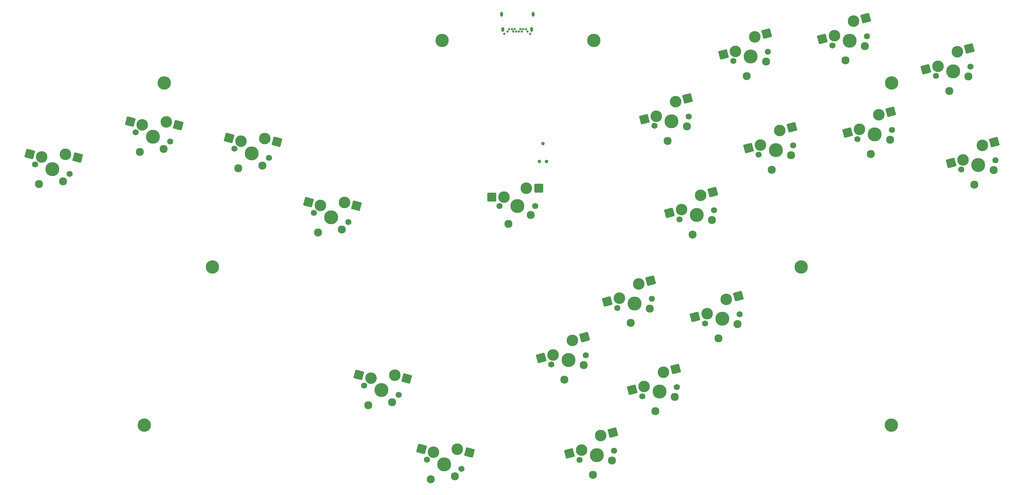
<source format=gbs>
G04 #@! TF.GenerationSoftware,KiCad,Pcbnew,(7.0.0)*
G04 #@! TF.CreationDate,2023-03-15T22:49:51-07:00*
G04 #@! TF.ProjectId,OpenRectangle,4f70656e-5265-4637-9461-6e676c652e6b,rev?*
G04 #@! TF.SameCoordinates,Original*
G04 #@! TF.FileFunction,Soldermask,Bot*
G04 #@! TF.FilePolarity,Negative*
%FSLAX46Y46*%
G04 Gerber Fmt 4.6, Leading zero omitted, Abs format (unit mm)*
G04 Created by KiCad (PCBNEW (7.0.0)) date 2023-03-15 22:49:51*
%MOMM*%
%LPD*%
G01*
G04 APERTURE LIST*
G04 Aperture macros list*
%AMRoundRect*
0 Rectangle with rounded corners*
0 $1 Rounding radius*
0 $2 $3 $4 $5 $6 $7 $8 $9 X,Y pos of 4 corners*
0 Add a 4 corners polygon primitive as box body*
4,1,4,$2,$3,$4,$5,$6,$7,$8,$9,$2,$3,0*
0 Add four circle primitives for the rounded corners*
1,1,$1+$1,$2,$3*
1,1,$1+$1,$4,$5*
1,1,$1+$1,$6,$7*
1,1,$1+$1,$8,$9*
0 Add four rect primitives between the rounded corners*
20,1,$1+$1,$2,$3,$4,$5,0*
20,1,$1+$1,$4,$5,$6,$7,0*
20,1,$1+$1,$6,$7,$8,$9,0*
20,1,$1+$1,$8,$9,$2,$3,0*%
G04 Aperture macros list end*
%ADD10C,3.800000*%
%ADD11C,1.750000*%
%ADD12C,3.987800*%
%ADD13C,2.300000*%
%ADD14C,0.990600*%
%ADD15C,0.650000*%
%ADD16O,0.800000X1.400000*%
%ADD17C,3.300000*%
%ADD18RoundRect,0.250000X1.248893X0.700636X-0.731255X1.231215X-1.248893X-0.700636X0.731255X-1.231215X0*%
%ADD19RoundRect,0.250000X0.731255X1.231215X-1.248893X0.700636X-0.731255X-1.231215X1.248893X-0.700636X0*%
%ADD20RoundRect,0.250000X1.025000X1.000000X-1.025000X1.000000X-1.025000X-1.000000X1.025000X-1.000000X0*%
G04 APERTURE END LIST*
D10*
X279275000Y-98760000D03*
X305060000Y-46313383D03*
D11*
X327492471Y-41697106D03*
D12*
X322585568Y-43011907D03*
D11*
X317678665Y-44326708D03*
D13*
X326923146Y-44479258D03*
X321446917Y-48576211D03*
D11*
X254489870Y-82578572D03*
D12*
X249582967Y-83893373D03*
D11*
X244676064Y-85208174D03*
D13*
X253920545Y-85360724D03*
X248444316Y-89457677D03*
D11*
X305158570Y-59663744D03*
D12*
X300251667Y-60978545D03*
D11*
X295344764Y-62293346D03*
D13*
X304589245Y-62445896D03*
X299113016Y-66542849D03*
D11*
X261782026Y-112162746D03*
D12*
X256875123Y-113477547D03*
D11*
X251968220Y-114792348D03*
D13*
X261212701Y-114944898D03*
X255736472Y-119041851D03*
D10*
X111765000Y-98760000D03*
D11*
X127836345Y-67688339D03*
D12*
X122929442Y-66373538D03*
D11*
X118022539Y-65058737D03*
D13*
X125952219Y-69813090D03*
X119161190Y-70623041D03*
D11*
X182618206Y-156222187D03*
D12*
X177711303Y-154907386D03*
D11*
X172804400Y-153592585D03*
D13*
X180734080Y-158346938D03*
X173943051Y-159156889D03*
D11*
X71102880Y-72186923D03*
D12*
X66195977Y-70872122D03*
D11*
X61289074Y-69557321D03*
D13*
X69218754Y-74311674D03*
X62427725Y-75121625D03*
D11*
X298012576Y-32994532D03*
D12*
X293105673Y-34309333D03*
D11*
X288198770Y-35624134D03*
D13*
X297443251Y-35776684D03*
X291967022Y-39873637D03*
D11*
X276999756Y-64128928D03*
D12*
X272092853Y-65443729D03*
D11*
X267185950Y-66758530D03*
D13*
X276430431Y-66911080D03*
X270954202Y-71008033D03*
D11*
X217983085Y-123898637D03*
D12*
X213076182Y-125213438D03*
D11*
X208169279Y-126528239D03*
D13*
X217413760Y-126680789D03*
X211937531Y-130777742D03*
D10*
X92395000Y-143800000D03*
D11*
X203658500Y-81326866D03*
D12*
X198578500Y-81326866D03*
D11*
X193498500Y-81326866D03*
D13*
X202388500Y-83866866D03*
X196038500Y-86406866D03*
D11*
X247344135Y-55910326D03*
D12*
X242437232Y-57225127D03*
D11*
X237530329Y-58539928D03*
D13*
X246774810Y-58692478D03*
X241298581Y-62789431D03*
D11*
X236815468Y-107794159D03*
D12*
X231908565Y-109108960D03*
D11*
X227001662Y-110423761D03*
D13*
X236246143Y-110576311D03*
X230769914Y-114673264D03*
D11*
X164784598Y-135118417D03*
D12*
X159877695Y-133803616D03*
D11*
X154970792Y-132488815D03*
D13*
X162900472Y-137243168D03*
X156109443Y-138053119D03*
D11*
X150458438Y-85927864D03*
D12*
X145551535Y-84613063D03*
D11*
X140644632Y-83298262D03*
D13*
X148574312Y-88052615D03*
X141783283Y-88862566D03*
D10*
X98000000Y-46313383D03*
D11*
X269853762Y-37459716D03*
D12*
X264946859Y-38774517D03*
D11*
X260039956Y-40089318D03*
D13*
X269284437Y-40241868D03*
X263808208Y-44338821D03*
D11*
X99741012Y-62982380D03*
D12*
X94834109Y-61667579D03*
D11*
X89927206Y-60352778D03*
D13*
X97856886Y-65107131D03*
X91065857Y-65917082D03*
D14*
X205850000Y-63580000D03*
X206866000Y-68660000D03*
X204834000Y-68660000D03*
D10*
X304995000Y-143800000D03*
D11*
X226054357Y-151021034D03*
D12*
X221147454Y-152335835D03*
D11*
X216240551Y-153650636D03*
D13*
X225485032Y-153803186D03*
X220008803Y-157900139D03*
D11*
X243886740Y-132916556D03*
D12*
X238979837Y-134231357D03*
D11*
X234072934Y-135546158D03*
D13*
X243317415Y-135698708D03*
X237841186Y-139795661D03*
D10*
X220290000Y-34240000D03*
X177100000Y-34240000D03*
D11*
X334638465Y-68366318D03*
D12*
X329731562Y-69681119D03*
D11*
X324824659Y-70995920D03*
D13*
X334069140Y-71148470D03*
X328592911Y-75245423D03*
D15*
X202178500Y-32360000D03*
X194828500Y-32360000D03*
X195778500Y-31710000D03*
X196178500Y-31010000D03*
X196978500Y-31010000D03*
X197378500Y-31710000D03*
X197778500Y-31010000D03*
X198178500Y-31710000D03*
X198978500Y-31710000D03*
X199378500Y-31010000D03*
X199778500Y-31710000D03*
X200178500Y-31010000D03*
X200978500Y-31010000D03*
X201378500Y-31710000D03*
D16*
X203068499Y-26719999D03*
X202633499Y-31109999D03*
X194373499Y-31109999D03*
X194088499Y-26719999D03*
D11*
X71102880Y-72186923D03*
D12*
X66195977Y-70872122D03*
D11*
X61289074Y-69557321D03*
D17*
X63173200Y-67432570D03*
D18*
X59744163Y-66513762D03*
X73393266Y-67541427D03*
D17*
X69964229Y-66622619D03*
D11*
X247344135Y-55910326D03*
D12*
X242437232Y-57225127D03*
D11*
X237530329Y-58539928D03*
D17*
X238099654Y-55757776D03*
D19*
X234670618Y-56676584D03*
X247004920Y-50742016D03*
D17*
X243575883Y-51660823D03*
D11*
X254489870Y-82578572D03*
D12*
X249582967Y-83893373D03*
D11*
X244676064Y-85208174D03*
D17*
X245245389Y-82426022D03*
D19*
X241816353Y-83344830D03*
X254150655Y-77410262D03*
D17*
X250721618Y-78329069D03*
D11*
X203658500Y-81326866D03*
D12*
X198578500Y-81326866D03*
D11*
X193498500Y-81326866D03*
D17*
X194768500Y-78786866D03*
D20*
X191218500Y-78786866D03*
X204668500Y-76246866D03*
D17*
X201118500Y-76246866D03*
D11*
X217983085Y-123898637D03*
D12*
X213076182Y-125213438D03*
D11*
X208169279Y-126528239D03*
D17*
X208738604Y-123746087D03*
D19*
X205309568Y-124664895D03*
X217643870Y-118730327D03*
D17*
X214214833Y-119649134D03*
D11*
X99741012Y-62982380D03*
D12*
X94834109Y-61667579D03*
D11*
X89927206Y-60352778D03*
D17*
X91811332Y-58228027D03*
D18*
X88382295Y-57309219D03*
X102031398Y-58336884D03*
D17*
X98602361Y-57418076D03*
D11*
X261782026Y-112162746D03*
D12*
X256875123Y-113477547D03*
D11*
X251968220Y-114792348D03*
D17*
X252537545Y-112010196D03*
D19*
X249108509Y-112929004D03*
X261442811Y-106994436D03*
D17*
X258013774Y-107913243D03*
D11*
X150458438Y-85927864D03*
D12*
X145551535Y-84613063D03*
D11*
X140644632Y-83298262D03*
D17*
X142528758Y-81173511D03*
D18*
X139099721Y-80254703D03*
X152748824Y-81282368D03*
D17*
X149319787Y-80363560D03*
D11*
X269853762Y-37459716D03*
D12*
X264946859Y-38774517D03*
D11*
X260039956Y-40089318D03*
D17*
X260609281Y-37307166D03*
D19*
X257180245Y-38225974D03*
X269514547Y-32291406D03*
D17*
X266085510Y-33210213D03*
D11*
X127836345Y-67688339D03*
D12*
X122929442Y-66373538D03*
D11*
X118022539Y-65058737D03*
D17*
X119906665Y-62933986D03*
D18*
X116477628Y-62015178D03*
X130126731Y-63042843D03*
D17*
X126697694Y-62124035D03*
D11*
X226054357Y-151021034D03*
D12*
X221147454Y-152335835D03*
D11*
X216240551Y-153650636D03*
D17*
X216809876Y-150868484D03*
D19*
X213380840Y-151787292D03*
X225715142Y-145852724D03*
D17*
X222286105Y-146771531D03*
D11*
X182618206Y-156222187D03*
D12*
X177711303Y-154907386D03*
D11*
X172804400Y-153592585D03*
D17*
X174688526Y-151467834D03*
D18*
X171259489Y-150549026D03*
X184908592Y-151576691D03*
D17*
X181479555Y-150657883D03*
D11*
X164784598Y-135118417D03*
D12*
X159877695Y-133803616D03*
D11*
X154970792Y-132488815D03*
D17*
X156854918Y-130364064D03*
D18*
X153425881Y-129445256D03*
X167074984Y-130472921D03*
D17*
X163645947Y-129554113D03*
D11*
X305158570Y-59663744D03*
D12*
X300251667Y-60978545D03*
D11*
X295344764Y-62293346D03*
D17*
X295914089Y-59511194D03*
D19*
X292485053Y-60430002D03*
X304819355Y-54495434D03*
D17*
X301390318Y-55414241D03*
D11*
X327492471Y-41697106D03*
D12*
X322585568Y-43011907D03*
D11*
X317678665Y-44326708D03*
D17*
X318247990Y-41544556D03*
D19*
X314818954Y-42463364D03*
X327153256Y-36528796D03*
D17*
X323724219Y-37447603D03*
D11*
X243886740Y-132916556D03*
D12*
X238979837Y-134231357D03*
D11*
X234072934Y-135546158D03*
D17*
X234642259Y-132764006D03*
D19*
X231213223Y-133682814D03*
X243547525Y-127748246D03*
D17*
X240118488Y-128667053D03*
D11*
X276999756Y-64128928D03*
D12*
X272092853Y-65443729D03*
D11*
X267185950Y-66758530D03*
D17*
X267755275Y-63976378D03*
D19*
X264326239Y-64895186D03*
X276660541Y-58960618D03*
D17*
X273231504Y-59879425D03*
D11*
X334638465Y-68366318D03*
D12*
X329731562Y-69681119D03*
D11*
X324824659Y-70995920D03*
D17*
X325393984Y-68213768D03*
D19*
X321964948Y-69132576D03*
X334299250Y-63198008D03*
D17*
X330870213Y-64116815D03*
D11*
X298012576Y-32994532D03*
D12*
X293105673Y-34309333D03*
D11*
X288198770Y-35624134D03*
D17*
X288768095Y-32841982D03*
D19*
X285339059Y-33760790D03*
X297673361Y-27826222D03*
D17*
X294244324Y-28745029D03*
D11*
X236815468Y-107794159D03*
D12*
X231908565Y-109108960D03*
D11*
X227001662Y-110423761D03*
D17*
X227570987Y-107641609D03*
D19*
X224141951Y-108560417D03*
X236476253Y-102625849D03*
D17*
X233047216Y-103544656D03*
M02*

</source>
